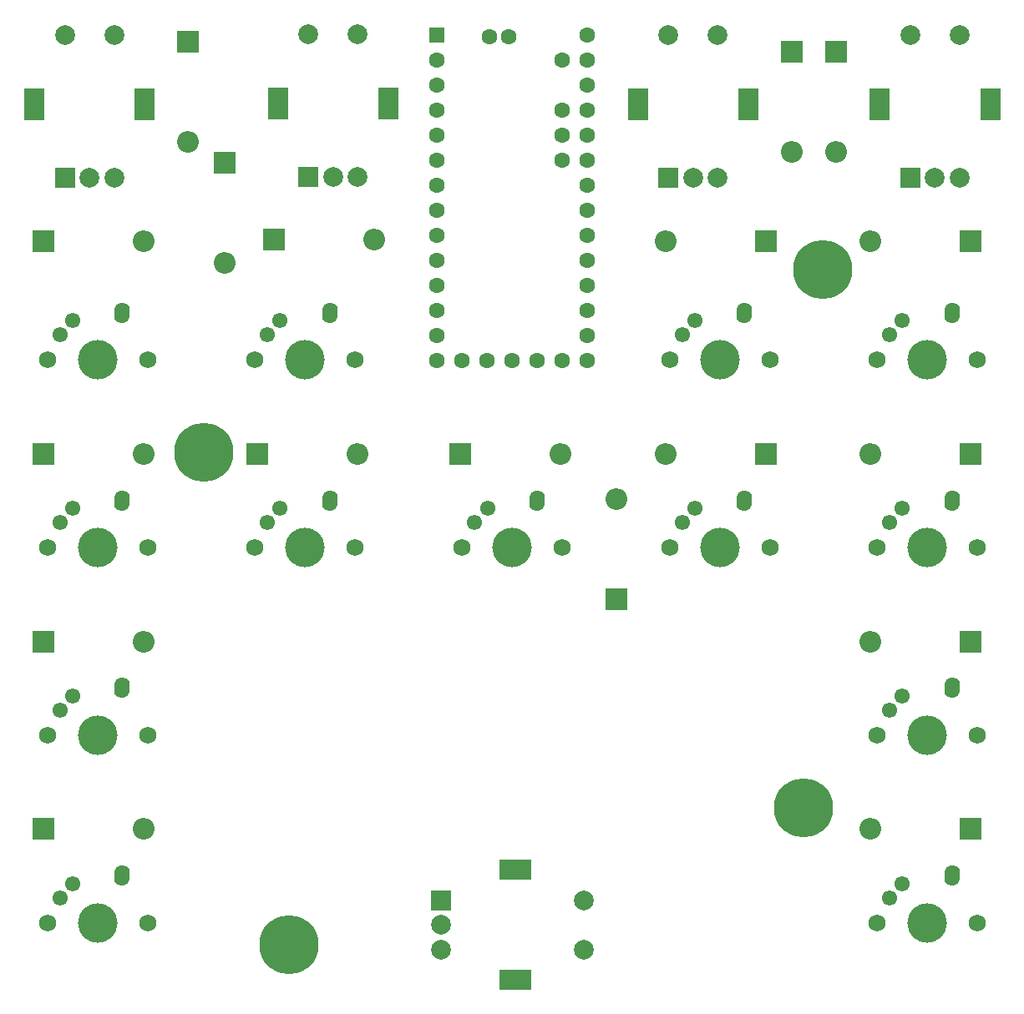
<source format=gbr>
%TF.GenerationSoftware,KiCad,Pcbnew,(6.0.5)*%
%TF.CreationDate,2022-06-03T20:05:36-07:00*%
%TF.ProjectId,big Wheel circuitboard,62696720-5768-4656-956c-206369726375,01*%
%TF.SameCoordinates,Original*%
%TF.FileFunction,Soldermask,Top*%
%TF.FilePolarity,Negative*%
%FSLAX46Y46*%
G04 Gerber Fmt 4.6, Leading zero omitted, Abs format (unit mm)*
G04 Created by KiCad (PCBNEW (6.0.5)) date 2022-06-03 20:05:36*
%MOMM*%
%LPD*%
G01*
G04 APERTURE LIST*
G04 Aperture macros list*
%AMHorizOval*
0 Thick line with rounded ends*
0 $1 width*
0 $2 $3 position (X,Y) of the first rounded end (center of the circle)*
0 $4 $5 position (X,Y) of the second rounded end (center of the circle)*
0 Add line between two ends*
20,1,$1,$2,$3,$4,$5,0*
0 Add two circle primitives to create the rounded ends*
1,1,$1,$2,$3*
1,1,$1,$4,$5*%
G04 Aperture macros list end*
%ADD10R,2.000000X2.000000*%
%ADD11C,2.000000*%
%ADD12R,2.000000X3.200000*%
%ADD13R,2.200000X2.200000*%
%ADD14O,2.200000X2.200000*%
%ADD15R,1.600000X1.600000*%
%ADD16C,1.600000*%
%ADD17C,1.750000*%
%ADD18C,4.000000*%
%ADD19C,1.550000*%
%ADD20HorizOval,1.550000X0.020277X0.289977X-0.020277X-0.289977X0*%
%ADD21C,6.000000*%
%ADD22R,3.200000X2.000000*%
G04 APERTURE END LIST*
D10*
%TO.C,SW18*%
X265700000Y-53850000D03*
D11*
X270700000Y-53850000D03*
X268200000Y-53850000D03*
D12*
X273800000Y-46350000D03*
X262600000Y-46350000D03*
D11*
X270700000Y-39350000D03*
X265700000Y-39350000D03*
%TD*%
D13*
%TO.C,D9*%
X220120000Y-81816666D03*
D14*
X230280000Y-81816666D03*
%TD*%
D13*
%TO.C,D18*%
X258190416Y-41020000D03*
D14*
X258190416Y-51180000D03*
%TD*%
D15*
%TO.C,U1*%
X217680000Y-39325000D03*
D16*
X217680000Y-41865000D03*
X217680000Y-44405000D03*
X217680000Y-46945000D03*
X217680000Y-49485000D03*
X217680000Y-52025000D03*
X217680000Y-54565000D03*
X217680000Y-57105000D03*
X217680000Y-59645000D03*
X217680000Y-62185000D03*
X217680000Y-64725000D03*
X217680000Y-67265000D03*
X217680000Y-69805000D03*
X217680000Y-72345000D03*
X220220000Y-72345000D03*
X222760000Y-72345000D03*
X225300000Y-72345000D03*
X227840000Y-72345000D03*
X230380000Y-72345000D03*
X232920000Y-72345000D03*
X232920000Y-69805000D03*
X232920000Y-67265000D03*
X232920000Y-64725000D03*
X232920000Y-62185000D03*
X232920000Y-59645000D03*
X232920000Y-57105000D03*
X232920000Y-54565000D03*
X232920000Y-52025000D03*
X232920000Y-49485000D03*
X232920000Y-46945000D03*
X232920000Y-44405000D03*
X232920000Y-41865000D03*
X232920000Y-39325000D03*
X230380000Y-41865000D03*
X230380000Y-46945000D03*
X230380000Y-49485000D03*
X230380000Y-52025000D03*
X223014000Y-39502800D03*
X224995200Y-39502800D03*
%TD*%
D17*
%TO.C,SW8*%
X178220000Y-129400000D03*
D18*
X183300000Y-129400000D03*
D19*
X180800000Y-125400000D03*
D17*
X188380000Y-129400000D03*
D20*
X185820000Y-124610000D03*
D19*
X179490000Y-126860000D03*
%TD*%
D13*
%TO.C,D1*%
X192509583Y-40020000D03*
D14*
X192509583Y-50180000D03*
%TD*%
D17*
%TO.C,SW12*%
X262320000Y-110366666D03*
D19*
X263590000Y-107826666D03*
X264900000Y-106366666D03*
D20*
X269920000Y-105576666D03*
D18*
X267400000Y-110366666D03*
D17*
X272480000Y-110366666D03*
%TD*%
D13*
%TO.C,D6*%
X199520000Y-81816666D03*
D14*
X209680000Y-81816666D03*
%TD*%
D21*
%TO.C,H4*%
X254900000Y-117700000D03*
%TD*%
D13*
%TO.C,D3*%
X177820000Y-60236500D03*
D14*
X187980000Y-60236500D03*
%TD*%
D19*
%TO.C,SW9*%
X221540000Y-88793333D03*
D18*
X225350000Y-91333333D03*
D17*
X220270000Y-91333333D03*
X230430000Y-91333333D03*
D19*
X222850000Y-87333333D03*
D20*
X227870000Y-86543333D03*
%TD*%
D18*
%TO.C,SW5*%
X183300000Y-91333333D03*
D17*
X178220000Y-91333333D03*
D19*
X179490000Y-88793333D03*
X180800000Y-87333333D03*
D17*
X188380000Y-91333333D03*
D20*
X185820000Y-86543333D03*
%TD*%
D19*
%TO.C,SW3*%
X179490000Y-69760000D03*
X180800000Y-68300000D03*
D20*
X185820000Y-67510000D03*
D17*
X178220000Y-72300000D03*
X188380000Y-72300000D03*
D18*
X183300000Y-72300000D03*
%TD*%
D13*
%TO.C,D10*%
X235900000Y-96580000D03*
D14*
X235900000Y-86420000D03*
%TD*%
D10*
%TO.C,SW17*%
X241171250Y-53850000D03*
D11*
X246171250Y-53850000D03*
X243671250Y-53850000D03*
D12*
X249271250Y-46350000D03*
X238071250Y-46350000D03*
D11*
X246171250Y-39350000D03*
X241171250Y-39350000D03*
%TD*%
D13*
%TO.C,D7*%
X177820000Y-100849999D03*
D14*
X187980000Y-100849999D03*
%TD*%
D13*
%TO.C,D17*%
X253680833Y-41020000D03*
D14*
X253680833Y-51180000D03*
%TD*%
D19*
%TO.C,SW15*%
X242565000Y-69760000D03*
D17*
X241295000Y-72300000D03*
D18*
X246375000Y-72300000D03*
D19*
X243875000Y-68300000D03*
D20*
X248895000Y-67510000D03*
D17*
X251455000Y-72300000D03*
%TD*%
D13*
%TO.C,D4*%
X201220000Y-60100000D03*
D14*
X211380000Y-60100000D03*
%TD*%
D17*
%TO.C,SW13*%
X241295000Y-91333333D03*
D20*
X248895000Y-86543333D03*
D17*
X251455000Y-91333333D03*
D19*
X242565000Y-88793333D03*
D18*
X246375000Y-91333333D03*
D19*
X243875000Y-87333333D03*
%TD*%
D13*
%TO.C,D13*%
X251080000Y-81816666D03*
D14*
X240920000Y-81816666D03*
%TD*%
D13*
%TO.C,D8*%
X177820000Y-119883333D03*
D14*
X187980000Y-119883333D03*
%TD*%
D10*
%TO.C,SW1*%
X180000000Y-53850000D03*
D11*
X185000000Y-53850000D03*
X182500000Y-53850000D03*
D12*
X188100000Y-46350000D03*
X176900000Y-46350000D03*
D11*
X185000000Y-39350000D03*
X180000000Y-39350000D03*
%TD*%
D19*
%TO.C,SW11*%
X264900000Y-125400000D03*
X263590000Y-126860000D03*
D17*
X262320000Y-129400000D03*
D18*
X267400000Y-129400000D03*
D20*
X269920000Y-124610000D03*
D17*
X272480000Y-129400000D03*
%TD*%
D20*
%TO.C,SW6*%
X206845000Y-86543333D03*
D19*
X200515000Y-88793333D03*
X201825000Y-87333333D03*
D17*
X199245000Y-91333333D03*
X209405000Y-91333333D03*
D18*
X204325000Y-91333333D03*
%TD*%
D21*
%TO.C,H3*%
X194100000Y-81700000D03*
%TD*%
D19*
%TO.C,SW14*%
X263590000Y-88793333D03*
D17*
X262320000Y-91333333D03*
X272480000Y-91333333D03*
D18*
X267400000Y-91333333D03*
D19*
X264900000Y-87333333D03*
D20*
X269920000Y-86543333D03*
%TD*%
D21*
%TO.C,H1*%
X202700000Y-131600000D03*
%TD*%
D10*
%TO.C,SW10*%
X218150000Y-127100000D03*
D11*
X218150000Y-132100000D03*
X218150000Y-129600000D03*
D22*
X225650000Y-124000000D03*
X225650000Y-135200000D03*
D11*
X232650000Y-132100000D03*
X232650000Y-127100000D03*
%TD*%
D13*
%TO.C,D14*%
X271780000Y-81816666D03*
D14*
X261620000Y-81816666D03*
%TD*%
D13*
%TO.C,D15*%
X251080000Y-60236500D03*
D14*
X240920000Y-60236500D03*
%TD*%
D18*
%TO.C,SW16*%
X267400000Y-72300000D03*
D17*
X262320000Y-72300000D03*
D19*
X263590000Y-69760000D03*
D20*
X269920000Y-67510000D03*
D17*
X272480000Y-72300000D03*
D19*
X264900000Y-68300000D03*
%TD*%
D13*
%TO.C,D12*%
X271780000Y-100849999D03*
D14*
X261620000Y-100849999D03*
%TD*%
D21*
%TO.C,H2*%
X256800000Y-63100000D03*
%TD*%
D13*
%TO.C,D16*%
X271780000Y-60236500D03*
D14*
X261620000Y-60236500D03*
%TD*%
D13*
%TO.C,D5*%
X177820000Y-81816666D03*
D14*
X187980000Y-81816666D03*
%TD*%
D19*
%TO.C,SW4*%
X200515000Y-69760000D03*
X201825000Y-68300000D03*
D18*
X204325000Y-72300000D03*
D20*
X206845000Y-67510000D03*
D17*
X209405000Y-72300000D03*
X199245000Y-72300000D03*
%TD*%
D10*
%TO.C,SW2*%
X204700000Y-53750000D03*
D11*
X209700000Y-53750000D03*
X207200000Y-53750000D03*
D12*
X201600000Y-46250000D03*
X212800000Y-46250000D03*
D11*
X209700000Y-39250000D03*
X204700000Y-39250000D03*
%TD*%
D19*
%TO.C,SW7*%
X180800000Y-106366666D03*
D20*
X185820000Y-105576666D03*
D18*
X183300000Y-110366666D03*
D17*
X178220000Y-110366666D03*
D19*
X179490000Y-107826666D03*
D17*
X188380000Y-110366666D03*
%TD*%
D13*
%TO.C,D2*%
X196200000Y-52320000D03*
D14*
X196200000Y-62480000D03*
%TD*%
D13*
%TO.C,D11*%
X271780000Y-119883333D03*
D14*
X261620000Y-119883333D03*
%TD*%
M02*

</source>
